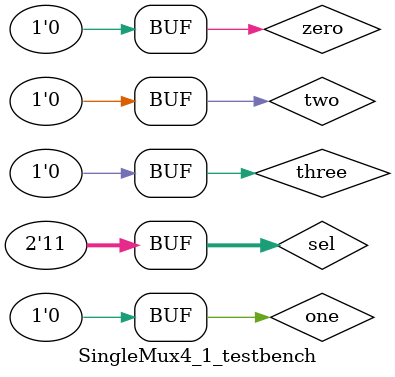
<source format=sv>
`timescale 1ps/100fs

module SingleMux4_1 (out, zero, one, two, three, sel);
	input zero, one, two, three;
	input [1:0] sel;
	output out;
	
	wire outMuxTop, outMuxBottom;
	
	SingleMux2_1 top(outMuxTop, three, two, sel[0]);
	SingleMux2_1 bottom(outMuxBottom, one, zero, sel[0]);

	SingleMux2_1 last(out, outMuxTop, outMuxBottom, sel[1]);
	
endmodule

module SingleMux4_1_testbench();	 
	reg zero, one, two, three;
	reg [1:0] sel;
  	wire out;
	
  	SingleMux4_1 dut (.out, .zero, .one, .two, .three, .sel);   
 initial begin
			zero=0;
			one=0;
			two=0;
			three=0; #5000;
        	sel=2'b00; zero=1; #5000;   	 
        	sel=2'b00; zero=0; #5000;   	 
        	sel=2'b01; one=1; #5000; 	 
        	sel=2'b01; one=0; #5000; 	 
        	sel=2'b10; two=1; #5000; 	 
        	sel=2'b10; two=0; #5000;  	 
        	sel=2'b11; three=1; #5000;  	 
        	sel=2'b11; three=0; #5000;  	 
 end  
endmodule
</source>
